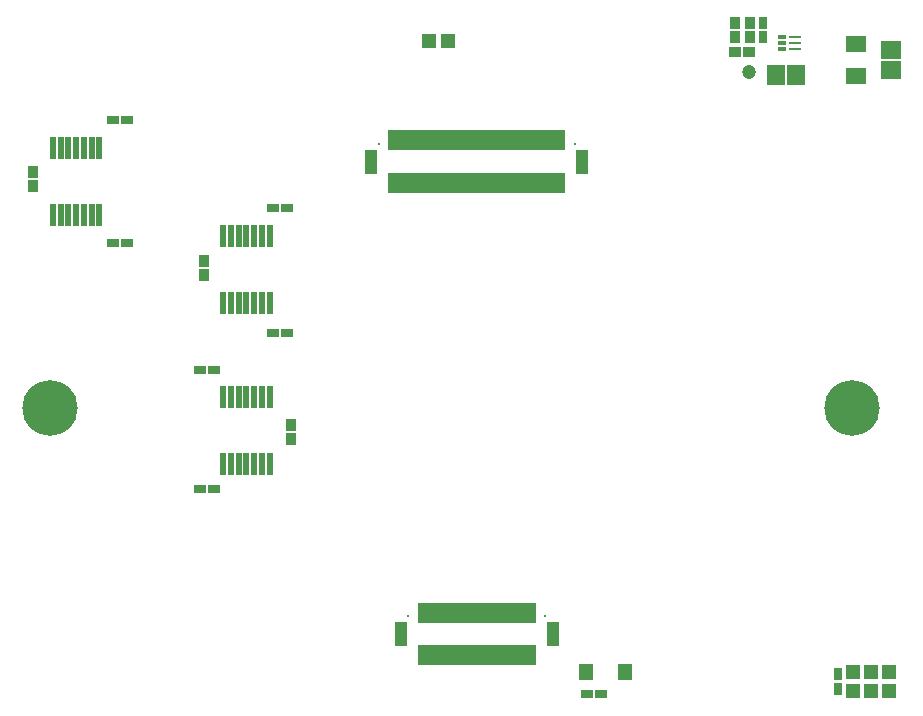
<source format=gbr>
G04 Layer_Color=16711935*
%FSLAX45Y45*%
%MOMM*%
%TF.FileFunction,Soldermask,Bot*%
%TF.Part,Single*%
G01*
G75*
%TA.AperFunction,SMDPad,CuDef*%
%ADD42R,1.00320X0.80320*%
%ADD43C,1.20320*%
%TA.AperFunction,ComponentPad*%
%ADD44C,0.20320*%
%TA.AperFunction,ViaPad*%
%ADD45C,4.70320*%
%TA.AperFunction,SMDPad,CuDef*%
%ADD50R,0.55880X1.87960*%
%ADD51R,1.15320X1.42320*%
%ADD52R,0.90320X1.00320*%
%ADD53R,1.70320X1.40320*%
%TA.AperFunction,SMDPad,SMDef*%
%ADD54R,0.99840X0.19840*%
%TA.AperFunction,SMDPad,CuDef*%
%ADD55R,0.70160X0.35160*%
%ADD56R,0.50320X1.80320*%
%ADD57R,1.00320X2.00320*%
%ADD58R,1.50320X1.70320*%
%ADD59R,1.20320X1.20320*%
%ADD60R,0.80320X1.00320*%
%TA.AperFunction,ConnectorPad*%
%ADD61R,1.00320X0.80320*%
%TA.AperFunction,SMDPad,CuDef*%
%ADD62R,1.20320X1.20320*%
%ADD63R,1.00320X0.90320*%
%ADD64R,1.70320X1.50320*%
D42*
X-1641812Y1080400D02*
D03*
X-1761812Y1080400D02*
D03*
X-1641812Y2083700D02*
D03*
X-1761812Y2083700D02*
D03*
X-1145879Y3459110D02*
D03*
X-1025879Y3459110D02*
D03*
X-1145879Y2399900D02*
D03*
X-1025879D02*
D03*
X1630200Y-659500D02*
D03*
X1510200D02*
D03*
D43*
X2887500Y4611000D02*
D03*
D44*
X1409950Y4000000D02*
D03*
X-250050D02*
D03*
X0Y0D02*
D03*
X1160000D02*
D03*
D45*
X3760000Y1765000D02*
D03*
X-3035000D02*
D03*
D50*
X-1174300Y2652660D02*
D03*
X-1239300D02*
D03*
X-1304300D02*
D03*
X-1369300Y2652660D02*
D03*
X-1434300Y2652660D02*
D03*
X-1499300D02*
D03*
X-1564300D02*
D03*
Y3216540D02*
D03*
X-1499300D02*
D03*
X-1434300D02*
D03*
X-1369300Y3216540D02*
D03*
X-1304300Y3216540D02*
D03*
X-1239300D02*
D03*
X-1174300D02*
D03*
X-1564300Y1856040D02*
D03*
X-1499300D02*
D03*
X-1434300D02*
D03*
X-1369300Y1856040D02*
D03*
X-1304300Y1856040D02*
D03*
X-1239300D02*
D03*
X-1174300D02*
D03*
Y1292160D02*
D03*
X-1239300D02*
D03*
X-1304300D02*
D03*
X-1369300Y1292160D02*
D03*
X-1434300Y1292160D02*
D03*
X-1499300D02*
D03*
X-1564300D02*
D03*
X-2616300Y3401960D02*
D03*
X-2681300D02*
D03*
X-2746300D02*
D03*
X-2811300Y3401960D02*
D03*
X-2876300Y3401960D02*
D03*
X-2941300D02*
D03*
X-3006300D02*
D03*
Y3965840D02*
D03*
X-2941300D02*
D03*
X-2876300D02*
D03*
X-2811300Y3965840D02*
D03*
X-2746300Y3965840D02*
D03*
X-2681300D02*
D03*
X-2616300D02*
D03*
D51*
X1835300Y-469000D02*
D03*
X1508300D02*
D03*
D52*
X2891000Y5023100D02*
D03*
Y4903100D02*
D03*
X-995200Y1501400D02*
D03*
Y1621400D02*
D03*
X-3179600Y3759900D02*
D03*
Y3639900D02*
D03*
X-1731800Y3007300D02*
D03*
X-1731800Y2887300D02*
D03*
X2764000Y4903100D02*
D03*
Y5023100D02*
D03*
D53*
X3792700Y4577600D02*
D03*
Y4847600D02*
D03*
D54*
X3278820Y4802300D02*
D03*
Y4852300D02*
D03*
Y4902300D02*
D03*
D55*
X3168820D02*
D03*
Y4852300D02*
D03*
Y4802300D02*
D03*
D56*
X1304950Y4030000D02*
D03*
X1254950D02*
D03*
X1204950D02*
D03*
X1154950D02*
D03*
X1104950D02*
D03*
X1054950D02*
D03*
X1004950D02*
D03*
X954950D02*
D03*
X804950D02*
D03*
X754950D02*
D03*
X704950D02*
D03*
X654950D02*
D03*
X604950D02*
D03*
X554950D02*
D03*
X404950D02*
D03*
X354950D02*
D03*
X304950D02*
D03*
X254950D02*
D03*
X204950D02*
D03*
X154950D02*
D03*
X104950D02*
D03*
X54950D02*
D03*
X4950D02*
D03*
X-45050D02*
D03*
X-95050D02*
D03*
X1304950Y3670000D02*
D03*
X1254950D02*
D03*
X1204950D02*
D03*
X1154950D02*
D03*
X1104950D02*
D03*
X1054950D02*
D03*
X1004950D02*
D03*
X954950D02*
D03*
X904950D02*
D03*
X854950D02*
D03*
X804950D02*
D03*
X754950D02*
D03*
X704950D02*
D03*
X654950D02*
D03*
X604950D02*
D03*
X554950D02*
D03*
X504950D02*
D03*
X454950D02*
D03*
X404950D02*
D03*
X354950D02*
D03*
X304950D02*
D03*
X254950D02*
D03*
X204950D02*
D03*
X154950D02*
D03*
X104950D02*
D03*
X54950D02*
D03*
X4950D02*
D03*
X-45050D02*
D03*
X-95050D02*
D03*
X-145050D02*
D03*
Y4030000D02*
D03*
X904950D02*
D03*
X854950D02*
D03*
X504950D02*
D03*
X454950D02*
D03*
X105000Y30000D02*
D03*
Y-330000D02*
D03*
X155000D02*
D03*
X205000D02*
D03*
X255000D02*
D03*
X305000D02*
D03*
X355000D02*
D03*
X405000D02*
D03*
X455000D02*
D03*
X505000D02*
D03*
X555000D02*
D03*
X605000D02*
D03*
X655000D02*
D03*
X705000D02*
D03*
X755000D02*
D03*
X805000D02*
D03*
X855000D02*
D03*
X905000D02*
D03*
X955000D02*
D03*
X1005000D02*
D03*
X1055000D02*
D03*
X155000Y30000D02*
D03*
X205000D02*
D03*
X255000D02*
D03*
X305000D02*
D03*
X355000D02*
D03*
X405000D02*
D03*
X455000D02*
D03*
X505000D02*
D03*
X555000D02*
D03*
X605000D02*
D03*
X655000D02*
D03*
X705000D02*
D03*
X755000D02*
D03*
X805000D02*
D03*
X855000D02*
D03*
X905000D02*
D03*
X955000D02*
D03*
X1005000D02*
D03*
X1055000D02*
D03*
D57*
X-315050Y3850000D02*
D03*
X1474950D02*
D03*
X1225000Y-150000D02*
D03*
X-65000D02*
D03*
D58*
X3110800Y4585600D02*
D03*
X3280800D02*
D03*
D59*
X3767300Y-632240D02*
D03*
Y-472240D02*
D03*
X4068319Y-632240D02*
D03*
X4068319Y-472240D02*
D03*
X3919700Y-632240D02*
D03*
Y-472240D02*
D03*
D60*
X3640300Y-612240D02*
D03*
Y-492240D02*
D03*
X3005300Y4902300D02*
D03*
Y5022300D02*
D03*
D61*
X-2500300Y4199900D02*
D03*
X-2380300Y4199900D02*
D03*
X-2500300Y3163200D02*
D03*
X-2380300Y3163200D02*
D03*
D62*
X334950Y4873088D02*
D03*
X174950D02*
D03*
D63*
X2887500Y4776100D02*
D03*
X2767500D02*
D03*
D64*
X4084800Y4797600D02*
D03*
Y4627600D02*
D03*
%TF.MD5,0E8D2BAD0312993DA096532347A411D6*%
M02*

</source>
